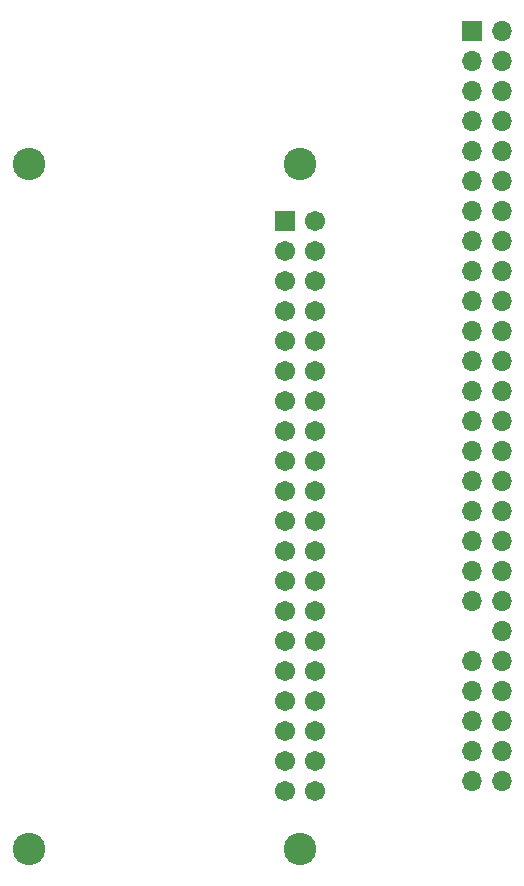
<source format=gbr>
%TF.GenerationSoftware,KiCad,Pcbnew,8.0.0*%
%TF.CreationDate,2024-06-21T11:16:24+02:00*%
%TF.ProjectId,lora,6c6f7261-2e6b-4696-9361-645f70636258,rev?*%
%TF.SameCoordinates,Original*%
%TF.FileFunction,Soldermask,Top*%
%TF.FilePolarity,Negative*%
%FSLAX46Y46*%
G04 Gerber Fmt 4.6, Leading zero omitted, Abs format (unit mm)*
G04 Created by KiCad (PCBNEW 8.0.0) date 2024-06-21 11:16:24*
%MOMM*%
%LPD*%
G01*
G04 APERTURE LIST*
G04 Aperture macros list*
%AMRoundRect*
0 Rectangle with rounded corners*
0 $1 Rounding radius*
0 $2 $3 $4 $5 $6 $7 $8 $9 X,Y pos of 4 corners*
0 Add a 4 corners polygon primitive as box body*
4,1,4,$2,$3,$4,$5,$6,$7,$8,$9,$2,$3,0*
0 Add four circle primitives for the rounded corners*
1,1,$1+$1,$2,$3*
1,1,$1+$1,$4,$5*
1,1,$1+$1,$6,$7*
1,1,$1+$1,$8,$9*
0 Add four rect primitives between the rounded corners*
20,1,$1+$1,$2,$3,$4,$5,0*
20,1,$1+$1,$4,$5,$6,$7,0*
20,1,$1+$1,$6,$7,$8,$9,0*
20,1,$1+$1,$8,$9,$2,$3,0*%
G04 Aperture macros list end*
%ADD10R,1.700000X1.700000*%
%ADD11O,1.700000X1.700000*%
%ADD12C,2.750000*%
%ADD13RoundRect,0.102000X-0.754000X0.754000X-0.754000X-0.754000X0.754000X-0.754000X0.754000X0.754000X0*%
%ADD14C,1.712000*%
G04 APERTURE END LIST*
D10*
%TO.C,U2*%
X189300000Y-69100000D03*
D11*
X189300000Y-71640000D03*
X189300000Y-74180000D03*
X189300000Y-76720000D03*
X189300000Y-79260000D03*
X189300000Y-81800000D03*
X189300000Y-84340000D03*
X189300000Y-86880000D03*
X189300000Y-89420000D03*
X189300000Y-91960000D03*
X189300000Y-94500000D03*
X189300000Y-97040000D03*
X189300000Y-99580000D03*
X189300000Y-102120000D03*
X189300000Y-104660000D03*
X189300000Y-107200000D03*
X189300000Y-109740000D03*
X189300000Y-112280000D03*
X189300000Y-114820000D03*
X189300000Y-117360000D03*
X189300000Y-122440000D03*
X189300000Y-124980000D03*
X189300000Y-127520000D03*
X189300000Y-130060000D03*
X189300000Y-132600000D03*
X191840000Y-132600000D03*
X191840000Y-130060000D03*
X191840000Y-127520000D03*
X191840000Y-124980000D03*
X191840000Y-122440000D03*
X191840000Y-119900000D03*
X191840000Y-117360000D03*
X191840000Y-114820000D03*
X191840000Y-112280000D03*
X191840000Y-109740000D03*
X191840000Y-107200000D03*
X191840000Y-104660000D03*
X191840000Y-102120000D03*
X191840000Y-99580000D03*
X191840000Y-97040000D03*
X191840000Y-94500000D03*
X191840000Y-91960000D03*
X191840000Y-89420000D03*
X191840000Y-86880000D03*
X191840000Y-84340000D03*
X191840000Y-81800000D03*
X191840000Y-79260000D03*
X191840000Y-76720000D03*
X191840000Y-74180000D03*
X191840000Y-71640000D03*
X191840000Y-69100000D03*
%TD*%
D12*
%TO.C,U3*%
X174770000Y-80310000D03*
X151770000Y-80310000D03*
X174770000Y-138310000D03*
X151770000Y-138310000D03*
D13*
X173500000Y-85180000D03*
D14*
X176040000Y-85180000D03*
X173500000Y-87720000D03*
X176040000Y-87720000D03*
X173500000Y-90260000D03*
X176040000Y-90260000D03*
X173500000Y-92800000D03*
X176040000Y-92800000D03*
X173500000Y-95340000D03*
X176040000Y-95340000D03*
X173500000Y-97880000D03*
X176040000Y-97880000D03*
X173500000Y-100420000D03*
X176040000Y-100420000D03*
X173500000Y-102960000D03*
X176040000Y-102960000D03*
X173500000Y-105500000D03*
X176040000Y-105500000D03*
X173500000Y-108040000D03*
X176040000Y-108040000D03*
X173500000Y-110580000D03*
X176040000Y-110580000D03*
X173500000Y-113120000D03*
X176040000Y-113120000D03*
X173500000Y-115660000D03*
X176040000Y-115660000D03*
X173500000Y-118200000D03*
X176040000Y-118200000D03*
X173500000Y-120740000D03*
X176040000Y-120740000D03*
X173500000Y-123280000D03*
X176040000Y-123280000D03*
X173500000Y-125820000D03*
X176040000Y-125820000D03*
X173500000Y-128360000D03*
X176040000Y-128360000D03*
X173500000Y-130900000D03*
X176040000Y-130900000D03*
X173500000Y-133440000D03*
X176040000Y-133440000D03*
%TD*%
M02*

</source>
